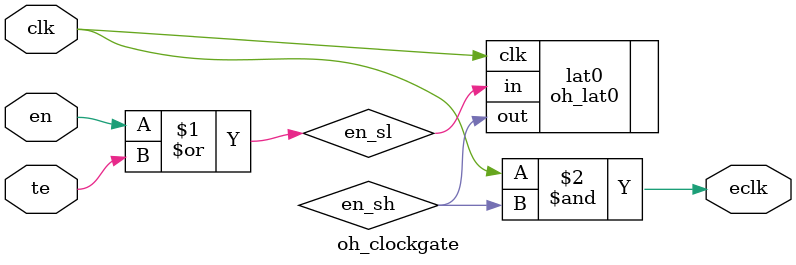
<source format=v>

module oh_clockgate (
     input  clk, // clock input 
     input  te, // test enable   
     input  en, // enable (from positive edge FF)
     output eclk // enabled clock output
     );

`ifdef CFG_ASIC
   asic_icg icg (.en(en),
		 .te(te),
		 .clk(clk),
		 .eclk(eclk));
`else
   wire     en_sh;
   wire     en_sl;
   //Stable low/valid rising edge enable
   assign   en_sl = en | te;
   //Stable high enable signal
   oh_lat0 lat0 (.out (en_sh),
		 .in  (en_sl),
		 .clk (clk));
   
   assign eclk =  clk & en_sh;
`endif // !`ifdef CFG_ASIC
        
endmodule // oh_clockgate



</source>
